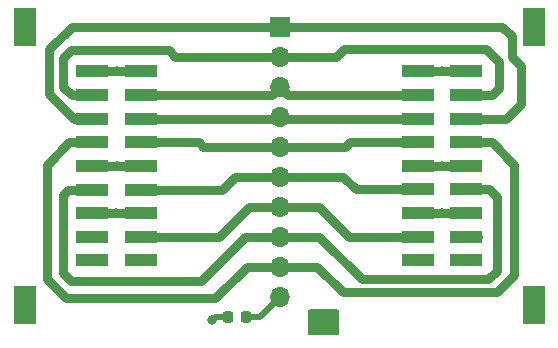
<source format=gbr>
%TF.GenerationSoftware,KiCad,Pcbnew,7.0.2*%
%TF.CreationDate,2023-11-04T13:58:57-04:00*%
%TF.ProjectId,AntSniffer,416e7453-6e69-4666-9665-722e6b696361,rev?*%
%TF.SameCoordinates,Original*%
%TF.FileFunction,Copper,L1,Top*%
%TF.FilePolarity,Positive*%
%FSLAX46Y46*%
G04 Gerber Fmt 4.6, Leading zero omitted, Abs format (unit mm)*
G04 Created by KiCad (PCBNEW 7.0.2) date 2023-11-04 13:58:57*
%MOMM*%
%LPD*%
G01*
G04 APERTURE LIST*
G04 Aperture macros list*
%AMRoundRect*
0 Rectangle with rounded corners*
0 $1 Rounding radius*
0 $2 $3 $4 $5 $6 $7 $8 $9 X,Y pos of 4 corners*
0 Add a 4 corners polygon primitive as box body*
4,1,4,$2,$3,$4,$5,$6,$7,$8,$9,$2,$3,0*
0 Add four circle primitives for the rounded corners*
1,1,$1+$1,$2,$3*
1,1,$1+$1,$4,$5*
1,1,$1+$1,$6,$7*
1,1,$1+$1,$8,$9*
0 Add four rect primitives between the rounded corners*
20,1,$1+$1,$2,$3,$4,$5,0*
20,1,$1+$1,$4,$5,$6,$7,0*
20,1,$1+$1,$6,$7,$8,$9,0*
20,1,$1+$1,$8,$9,$2,$3,0*%
G04 Aperture macros list end*
%TA.AperFunction,ComponentPad*%
%ADD10R,1.700000X1.700000*%
%TD*%
%TA.AperFunction,ComponentPad*%
%ADD11O,1.700000X1.700000*%
%TD*%
%TA.AperFunction,SMDPad,CuDef*%
%ADD12R,2.800000X1.100000*%
%TD*%
%TA.AperFunction,SMDPad,CuDef*%
%ADD13R,1.900000X3.200000*%
%TD*%
%TA.AperFunction,SMDPad,CuDef*%
%ADD14RoundRect,0.218750X-0.218750X-0.256250X0.218750X-0.256250X0.218750X0.256250X-0.218750X0.256250X0*%
%TD*%
%TA.AperFunction,ViaPad*%
%ADD15C,0.800000*%
%TD*%
%TA.AperFunction,Conductor*%
%ADD16C,0.750000*%
%TD*%
%TA.AperFunction,Conductor*%
%ADD17C,0.250000*%
%TD*%
%TA.AperFunction,Conductor*%
%ADD18C,0.500000*%
%TD*%
G04 APERTURE END LIST*
D10*
%TO.P,J1,1,Pin_1*%
%TO.N,/A2*%
X168579800Y-45979000D03*
D11*
%TO.P,J1,2,Pin_2*%
%TO.N,/SCL*%
X168579800Y-48519000D03*
%TO.P,J1,3,Pin_3*%
%TO.N,/SDA*%
X168579800Y-51059000D03*
%TO.P,J1,4,Pin_4*%
%TO.N,/PLUG*%
X168579800Y-53599000D03*
%TO.P,J1,5,Pin_5*%
%TO.N,/A1*%
X168579800Y-56139000D03*
%TO.P,J1,6,Pin_6*%
%TO.N,/TX*%
X168579800Y-58679000D03*
%TO.P,J1,7,Pin_7*%
%TO.N,/RST*%
X168579800Y-61219000D03*
%TO.P,J1,8,Pin_8*%
%TO.N,/RX*%
X168579800Y-63759000D03*
%TO.P,J1,9,Pin_9*%
%TO.N,/A0*%
X168579800Y-66299000D03*
%TO.P,J1,10,Pin_10*%
%TO.N,/3V3*%
X168579800Y-68839000D03*
%TD*%
D12*
%TO.P,CN1,1,1*%
%TO.N,GND*%
X152704800Y-49771800D03*
%TO.P,CN1,2,2*%
X156814800Y-49771800D03*
%TO.P,CN1,3,3*%
%TO.N,/SCL*%
X152704800Y-51771800D03*
%TO.P,CN1,4,4*%
%TO.N,/SDA*%
X156814800Y-51771800D03*
%TO.P,CN1,5,5*%
%TO.N,/A2*%
X152704800Y-53771800D03*
%TO.P,CN1,6,6*%
%TO.N,/PLUG*%
X156814800Y-53771800D03*
%TO.P,CN1,7,7*%
%TO.N,/A0*%
X152704800Y-55771800D03*
%TO.P,CN1,8,8*%
%TO.N,/A1*%
X156814800Y-55771800D03*
%TO.P,CN1,9,9*%
%TO.N,GND*%
X152704800Y-57771800D03*
%TO.P,CN1,10,10*%
X156814800Y-57771800D03*
%TO.P,CN1,11,11*%
%TO.N,/RX*%
X152704800Y-59771800D03*
%TO.P,CN1,12,12*%
%TO.N,/TX*%
X156814800Y-59771800D03*
%TO.P,CN1,13,13*%
%TO.N,GND*%
X152704800Y-61771800D03*
%TO.P,CN1,14,14*%
X156814800Y-61771800D03*
%TO.P,CN1,15,15*%
%TO.N,/3V3*%
X152704800Y-63771800D03*
%TO.P,CN1,16,16*%
%TO.N,/RST*%
X156814800Y-63771800D03*
%TO.P,CN1,17,17*%
%TO.N,unconnected-(CN1-Pad17)*%
X152704800Y-65771800D03*
%TO.P,CN1,18,18*%
%TO.N,unconnected-(CN1-Pad18)*%
X156814800Y-65771800D03*
D13*
%TO.P,CN1,19,19*%
%TO.N,GND*%
X146954800Y-69551800D03*
%TO.P,CN1,20,20*%
X146954800Y-45991800D03*
%TD*%
D12*
%TO.P,CN2,1,1*%
%TO.N,unconnected-(CN2-Pad1)*%
X184349900Y-65759600D03*
%TO.P,CN2,2,2*%
%TO.N,unconnected-(CN2-Pad2)*%
X180239900Y-65759600D03*
%TO.P,CN2,3,3*%
%TO.N,/3V3*%
X184349900Y-63759600D03*
%TO.P,CN2,4,4*%
%TO.N,/RST*%
X180239900Y-63759600D03*
%TO.P,CN2,5,5*%
%TO.N,GND*%
X184349900Y-61759600D03*
%TO.P,CN2,6,6*%
X180239900Y-61759600D03*
%TO.P,CN2,7,7*%
%TO.N,/RX*%
X184349900Y-59759600D03*
%TO.P,CN2,8,8*%
%TO.N,/TX*%
X180239900Y-59759600D03*
%TO.P,CN2,9,9*%
%TO.N,GND*%
X184349900Y-57759600D03*
%TO.P,CN2,10,10*%
X180239900Y-57759600D03*
%TO.P,CN2,11,11*%
%TO.N,/A0*%
X184349900Y-55759600D03*
%TO.P,CN2,12,12*%
%TO.N,/A1*%
X180239900Y-55759600D03*
%TO.P,CN2,13,13*%
%TO.N,/A2*%
X184349900Y-53759600D03*
%TO.P,CN2,14,14*%
%TO.N,/PLUG*%
X180239900Y-53759600D03*
%TO.P,CN2,15,15*%
%TO.N,/SCL*%
X184349900Y-51759600D03*
%TO.P,CN2,16,16*%
%TO.N,/SDA*%
X180239900Y-51759600D03*
%TO.P,CN2,17,17*%
%TO.N,GND*%
X184349900Y-49759600D03*
%TO.P,CN2,18,18*%
X180239900Y-49759600D03*
D13*
%TO.P,CN2,19,19*%
X190099900Y-45979600D03*
%TO.P,CN2,20,20*%
X190099900Y-69539600D03*
%TD*%
D14*
%TO.P,D1,1,K*%
%TO.N,GND*%
X164160100Y-70561200D03*
%TO.P,D1,2,A*%
%TO.N,/3V3*%
X165735100Y-70561200D03*
%TD*%
D15*
%TO.N,GND*%
X172212000Y-71069200D03*
%TO.N,/3V3*%
X185318400Y-63754000D03*
X151765000Y-63804800D03*
%TO.N,GND*%
X146837400Y-69443600D03*
X162814000Y-70840600D03*
X182295800Y-61759600D03*
X154736800Y-61771800D03*
X190093600Y-45974000D03*
X154762200Y-57771800D03*
X147015200Y-46126400D03*
X182295800Y-57759600D03*
X182295800Y-49759600D03*
X190119000Y-69519800D03*
X154762200Y-49771800D03*
%TD*%
D16*
%TO.N,/RST*%
X174402000Y-63759600D02*
X171861400Y-61219000D01*
X156814800Y-63771800D02*
X163380400Y-63771800D01*
X165933200Y-61219000D02*
X168579800Y-61219000D01*
X163380400Y-63771800D02*
X165933200Y-61219000D01*
D17*
X156827000Y-63759600D02*
X156814800Y-63771800D01*
D16*
X171861400Y-61219000D02*
X168579800Y-61219000D01*
X180239900Y-63759600D02*
X174402000Y-63759600D01*
%TO.N,/3V3*%
X151798000Y-63771800D02*
X151765000Y-63804800D01*
D18*
X166857600Y-70561200D02*
X168579800Y-68839000D01*
D16*
X184349900Y-63759600D02*
X185312800Y-63759600D01*
X152704800Y-63771800D02*
X151798000Y-63771800D01*
X185312800Y-63759600D02*
X185318400Y-63754000D01*
D18*
X165735100Y-70561200D02*
X166857600Y-70561200D01*
D16*
%TO.N,GND*%
X152704800Y-49771800D02*
X154762200Y-49771800D01*
X152704800Y-57771800D02*
X154762200Y-57771800D01*
X190099900Y-69539600D02*
X190099900Y-69538900D01*
X152704800Y-61771800D02*
X154736800Y-61771800D01*
X154762200Y-49771800D02*
X156814800Y-49771800D01*
X180239900Y-49759600D02*
X182295800Y-49759600D01*
X146954800Y-69551800D02*
X146945600Y-69551800D01*
X190099900Y-69538900D02*
X190119000Y-69519800D01*
D18*
X163093400Y-70561200D02*
X162814000Y-70840600D01*
D16*
X190099900Y-45979600D02*
X190099200Y-45979600D01*
X154762200Y-57771800D02*
X156814800Y-57771800D01*
D18*
X164160100Y-70561200D02*
X163093400Y-70561200D01*
D16*
X146954800Y-45991800D02*
X146954800Y-46066000D01*
X184349900Y-49759600D02*
X182295800Y-49759600D01*
X180239900Y-61759600D02*
X182295800Y-61759600D01*
X190099200Y-45979600D02*
X190093600Y-45974000D01*
X184349900Y-61759600D02*
X182295800Y-61759600D01*
X180239900Y-57759600D02*
X182295800Y-57759600D01*
X146945600Y-69551800D02*
X146837400Y-69443600D01*
X184349900Y-57759600D02*
X182295800Y-57759600D01*
X146954800Y-46066000D02*
X147015200Y-46126400D01*
X154736800Y-61771800D02*
X156814800Y-61771800D01*
%TO.N,/SCL*%
X150215600Y-51054000D02*
X150215600Y-48615600D01*
X187121800Y-48971200D02*
X186029600Y-47879000D01*
X152704800Y-51771800D02*
X150933400Y-51771800D01*
X150933400Y-51771800D02*
X150215600Y-51054000D01*
X187121800Y-51155600D02*
X187121800Y-48971200D01*
X173964600Y-47879000D02*
X173324600Y-48519000D01*
X159181800Y-47980600D02*
X159720200Y-48519000D01*
X150215600Y-48615600D02*
X150850600Y-47980600D01*
X184349900Y-51759600D02*
X186517800Y-51759600D01*
X186517800Y-51759600D02*
X187121800Y-51155600D01*
X150850600Y-47980600D02*
X159181800Y-47980600D01*
X159720200Y-48519000D02*
X168579800Y-48519000D01*
X173324600Y-48519000D02*
X168579800Y-48519000D01*
X186029600Y-47879000D02*
X173964600Y-47879000D01*
D17*
%TO.N,/SDA*%
X180227700Y-51771800D02*
X180239900Y-51759600D01*
D16*
X180239900Y-51759600D02*
X169280400Y-51759600D01*
X156814800Y-51771800D02*
X167867000Y-51771800D01*
X169280400Y-51759600D02*
X168579800Y-51059000D01*
X167867000Y-51771800D02*
X168579800Y-51059000D01*
%TO.N,/A2*%
X149021800Y-47904400D02*
X150947200Y-45979000D01*
X151104600Y-53771800D02*
X149021800Y-51689000D01*
X188188600Y-48539400D02*
X188188600Y-46812200D01*
X188976000Y-49377600D02*
X189001400Y-49352200D01*
X149021800Y-51689000D02*
X149021800Y-47904400D01*
X188976000Y-52527200D02*
X188976000Y-49377600D01*
X187743600Y-53759600D02*
X188976000Y-52527200D01*
X189001400Y-49352200D02*
X188188600Y-48539400D01*
X184349900Y-53759600D02*
X187743600Y-53759600D01*
X150947200Y-45979000D02*
X168579800Y-45979000D01*
X168579800Y-45979000D02*
X187355400Y-45979000D01*
X152704800Y-53771800D02*
X151104600Y-53771800D01*
X187355400Y-45979000D02*
X188188600Y-46812200D01*
%TO.N,/PLUG*%
X180239900Y-53759600D02*
X168740400Y-53759600D01*
X156814800Y-53771800D02*
X168407000Y-53771800D01*
D17*
X168407000Y-53771800D02*
X168579800Y-53599000D01*
X156827000Y-53759600D02*
X156814800Y-53771800D01*
X168740400Y-53759600D02*
X168579800Y-53599000D01*
D16*
%TO.N,/A0*%
X148818600Y-57708800D02*
X148818600Y-67310000D01*
X148818600Y-67310000D02*
X150495000Y-68986400D01*
X150495000Y-68986400D02*
X163093400Y-68986400D01*
X171734400Y-66299000D02*
X168579800Y-66299000D01*
X188391800Y-67030600D02*
X186944000Y-68478400D01*
X186493400Y-55759600D02*
X188391800Y-57658000D01*
X188391800Y-57658000D02*
X188391800Y-67030600D01*
X150755600Y-55771800D02*
X148818600Y-57708800D01*
X184349900Y-55759600D02*
X186493400Y-55759600D01*
X163093400Y-68986400D02*
X165780800Y-66299000D01*
X152704800Y-55771800D02*
X150755600Y-55771800D01*
X173913800Y-68478400D02*
X171734400Y-66299000D01*
X165780800Y-66299000D02*
X168579800Y-66299000D01*
X186944000Y-68478400D02*
X173913800Y-68478400D01*
%TO.N,/A1*%
X168579800Y-56139000D02*
X174112000Y-56139000D01*
X162057000Y-56139000D02*
X161689800Y-55771800D01*
X174112000Y-56139000D02*
X174491400Y-55759600D01*
D17*
X180227700Y-55771800D02*
X180239900Y-55759600D01*
D16*
X161689800Y-55771800D02*
X156814800Y-55771800D01*
X168579800Y-56139000D02*
X162057000Y-56139000D01*
X174491400Y-55759600D02*
X180239900Y-55759600D01*
%TO.N,/RX*%
X184349900Y-59759600D02*
X186277000Y-59759600D01*
X150876000Y-67487800D02*
X161874200Y-67487800D01*
X186232800Y-67360800D02*
X175514000Y-67360800D01*
X186918600Y-60401200D02*
X186918600Y-66675000D01*
X186918600Y-66675000D02*
X186232800Y-67360800D01*
X152704800Y-59771800D02*
X150667200Y-59771800D01*
X161874200Y-67487800D02*
X165603000Y-63759000D01*
X186277000Y-59759600D02*
X186918600Y-60401200D01*
X150241000Y-66852800D02*
X150876000Y-67487800D01*
X175514000Y-67360800D02*
X171912200Y-63759000D01*
X171912200Y-63759000D02*
X168579800Y-63759000D01*
X150667200Y-59771800D02*
X150241000Y-60198000D01*
X150241000Y-60198000D02*
X150241000Y-66852800D01*
X165603000Y-63759000D02*
X168579800Y-63759000D01*
%TO.N,/TX*%
X180239900Y-59759600D02*
X174999400Y-59759600D01*
D17*
X180227700Y-59771800D02*
X180239900Y-59759600D01*
D16*
X156814800Y-59771800D02*
X163672000Y-59771800D01*
X163672000Y-59771800D02*
X164764800Y-58679000D01*
X164764800Y-58679000D02*
X168579800Y-58679000D01*
X174999400Y-59759600D02*
X173918800Y-58679000D01*
X173918800Y-58679000D02*
X168579800Y-58679000D01*
%TD*%
%TA.AperFunction,Conductor*%
%TO.N,GND*%
G36*
X173501239Y-69945885D02*
G01*
X173546994Y-69998689D01*
X173558200Y-70050200D01*
X173558200Y-71986600D01*
X173538515Y-72053639D01*
X173485711Y-72099394D01*
X173434200Y-72110600D01*
X171091400Y-72110600D01*
X171024361Y-72090915D01*
X170978606Y-72038111D01*
X170967400Y-71986600D01*
X170967400Y-70050200D01*
X170987085Y-69983161D01*
X171039889Y-69937406D01*
X171091400Y-69926200D01*
X173434200Y-69926200D01*
X173501239Y-69945885D01*
G37*
%TD.AperFunction*%
%TD*%
M02*

</source>
